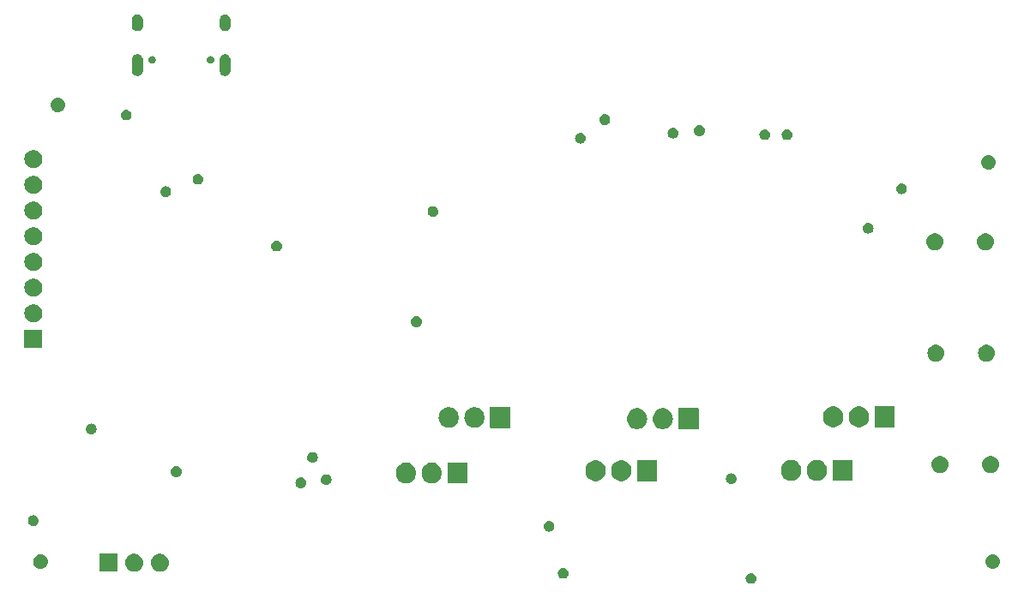
<source format=gbs>
G04 #@! TF.GenerationSoftware,KiCad,Pcbnew,8.0.4-8.0.4-0~ubuntu22.04.1*
G04 #@! TF.CreationDate,2024-09-01T21:10:03+02:00*
G04 #@! TF.ProjectId,bldc_project,626c6463-5f70-4726-9f6a-6563742e6b69,rev?*
G04 #@! TF.SameCoordinates,Original*
G04 #@! TF.FileFunction,Soldermask,Bot*
G04 #@! TF.FilePolarity,Negative*
%FSLAX46Y46*%
G04 Gerber Fmt 4.6, Leading zero omitted, Abs format (unit mm)*
G04 Created by KiCad (PCBNEW 8.0.4-8.0.4-0~ubuntu22.04.1) date 2024-09-01 21:10:03*
%MOMM*%
%LPD*%
G01*
G04 APERTURE LIST*
G04 APERTURE END LIST*
G36*
X114489245Y-138030332D02*
G01*
X114619000Y-138084078D01*
X114730423Y-138169577D01*
X114815922Y-138281000D01*
X114869668Y-138410755D01*
X114888000Y-138550000D01*
X114869668Y-138689245D01*
X114815922Y-138819000D01*
X114730423Y-138930423D01*
X114619000Y-139015922D01*
X114489245Y-139069668D01*
X114350000Y-139088000D01*
X114210755Y-139069668D01*
X114081000Y-139015922D01*
X113969577Y-138930423D01*
X113884078Y-138819000D01*
X113830332Y-138689245D01*
X113812000Y-138550000D01*
X113830332Y-138410755D01*
X113884078Y-138281000D01*
X113969577Y-138169577D01*
X114081000Y-138084078D01*
X114210755Y-138030332D01*
X114350000Y-138012000D01*
X114489245Y-138030332D01*
G37*
G36*
X95939245Y-137530332D02*
G01*
X96069000Y-137584078D01*
X96180423Y-137669577D01*
X96265922Y-137781000D01*
X96319668Y-137910755D01*
X96338000Y-138050000D01*
X96319668Y-138189245D01*
X96265922Y-138319000D01*
X96180423Y-138430423D01*
X96069000Y-138515922D01*
X95939245Y-138569668D01*
X95800000Y-138588000D01*
X95660755Y-138569668D01*
X95531000Y-138515922D01*
X95419577Y-138430423D01*
X95334078Y-138319000D01*
X95280332Y-138189245D01*
X95262000Y-138050000D01*
X95280332Y-137910755D01*
X95334078Y-137781000D01*
X95419577Y-137669577D01*
X95531000Y-137584078D01*
X95660755Y-137530332D01*
X95800000Y-137512000D01*
X95939245Y-137530332D01*
G37*
G36*
X51764542Y-136114893D02*
G01*
X51776870Y-136123130D01*
X51785107Y-136135458D01*
X51788000Y-136150000D01*
X51788000Y-137850000D01*
X51785107Y-137864542D01*
X51776870Y-137876870D01*
X51764542Y-137885107D01*
X51750000Y-137888000D01*
X50050000Y-137888000D01*
X50035458Y-137885107D01*
X50023130Y-137876870D01*
X50014893Y-137864542D01*
X50012000Y-137850000D01*
X50012000Y-136150000D01*
X50014893Y-136135458D01*
X50023130Y-136123130D01*
X50035458Y-136114893D01*
X50050000Y-136112000D01*
X51750000Y-136112000D01*
X51764542Y-136114893D01*
G37*
G36*
X53714407Y-136155462D02*
G01*
X53884000Y-136230969D01*
X54034188Y-136340087D01*
X54158407Y-136478047D01*
X54251228Y-136638818D01*
X54308595Y-136815374D01*
X54328000Y-137000000D01*
X54308595Y-137184626D01*
X54251228Y-137361182D01*
X54158407Y-137521953D01*
X54034188Y-137659913D01*
X53884000Y-137769031D01*
X53714407Y-137844538D01*
X53532821Y-137883135D01*
X53347179Y-137883135D01*
X53165593Y-137844538D01*
X52996000Y-137769031D01*
X52845812Y-137659913D01*
X52721593Y-137521953D01*
X52628772Y-137361182D01*
X52571405Y-137184626D01*
X52552000Y-137000000D01*
X52571405Y-136815374D01*
X52628772Y-136638818D01*
X52721593Y-136478047D01*
X52845812Y-136340087D01*
X52996000Y-136230969D01*
X53165593Y-136155462D01*
X53347179Y-136116865D01*
X53532821Y-136116865D01*
X53714407Y-136155462D01*
G37*
G36*
X56254407Y-136155462D02*
G01*
X56424000Y-136230969D01*
X56574188Y-136340087D01*
X56698407Y-136478047D01*
X56791228Y-136638818D01*
X56848595Y-136815374D01*
X56868000Y-137000000D01*
X56848595Y-137184626D01*
X56791228Y-137361182D01*
X56698407Y-137521953D01*
X56574188Y-137659913D01*
X56424000Y-137769031D01*
X56254407Y-137844538D01*
X56072821Y-137883135D01*
X55887179Y-137883135D01*
X55705593Y-137844538D01*
X55536000Y-137769031D01*
X55385812Y-137659913D01*
X55261593Y-137521953D01*
X55168772Y-137361182D01*
X55111405Y-137184626D01*
X55092000Y-137000000D01*
X55111405Y-136815374D01*
X55168772Y-136638818D01*
X55261593Y-136478047D01*
X55385812Y-136340087D01*
X55536000Y-136230969D01*
X55705593Y-136155462D01*
X55887179Y-136116865D01*
X56072821Y-136116865D01*
X56254407Y-136155462D01*
G37*
G36*
X44361105Y-136194152D02*
G01*
X44514132Y-136247699D01*
X44651407Y-136333954D01*
X44766046Y-136448593D01*
X44852301Y-136585868D01*
X44905848Y-136738895D01*
X44924000Y-136900000D01*
X44905848Y-137061105D01*
X44852301Y-137214132D01*
X44766046Y-137351407D01*
X44651407Y-137466046D01*
X44514132Y-137552301D01*
X44361105Y-137605848D01*
X44200000Y-137624000D01*
X44038895Y-137605848D01*
X43885868Y-137552301D01*
X43748593Y-137466046D01*
X43633954Y-137351407D01*
X43547699Y-137214132D01*
X43494152Y-137061105D01*
X43476000Y-136900000D01*
X43494152Y-136738895D01*
X43547699Y-136585868D01*
X43633954Y-136448593D01*
X43748593Y-136333954D01*
X43885868Y-136247699D01*
X44038895Y-136194152D01*
X44200000Y-136176000D01*
X44361105Y-136194152D01*
G37*
G36*
X138361105Y-136194152D02*
G01*
X138514132Y-136247699D01*
X138651407Y-136333954D01*
X138766046Y-136448593D01*
X138852301Y-136585868D01*
X138905848Y-136738895D01*
X138924000Y-136900000D01*
X138905848Y-137061105D01*
X138852301Y-137214132D01*
X138766046Y-137351407D01*
X138651407Y-137466046D01*
X138514132Y-137552301D01*
X138361105Y-137605848D01*
X138200000Y-137624000D01*
X138038895Y-137605848D01*
X137885868Y-137552301D01*
X137748593Y-137466046D01*
X137633954Y-137351407D01*
X137547699Y-137214132D01*
X137494152Y-137061105D01*
X137476000Y-136900000D01*
X137494152Y-136738895D01*
X137547699Y-136585868D01*
X137633954Y-136448593D01*
X137748593Y-136333954D01*
X137885868Y-136247699D01*
X138038895Y-136194152D01*
X138200000Y-136176000D01*
X138361105Y-136194152D01*
G37*
G36*
X94539245Y-132880332D02*
G01*
X94669000Y-132934078D01*
X94780423Y-133019577D01*
X94865922Y-133131000D01*
X94919668Y-133260755D01*
X94938000Y-133400000D01*
X94919668Y-133539245D01*
X94865922Y-133669000D01*
X94780423Y-133780423D01*
X94669000Y-133865922D01*
X94539245Y-133919668D01*
X94400000Y-133938000D01*
X94260755Y-133919668D01*
X94131000Y-133865922D01*
X94019577Y-133780423D01*
X93934078Y-133669000D01*
X93880332Y-133539245D01*
X93862000Y-133400000D01*
X93880332Y-133260755D01*
X93934078Y-133131000D01*
X94019577Y-133019577D01*
X94131000Y-132934078D01*
X94260755Y-132880332D01*
X94400000Y-132862000D01*
X94539245Y-132880332D01*
G37*
G36*
X43639245Y-132330332D02*
G01*
X43769000Y-132384078D01*
X43880423Y-132469577D01*
X43965922Y-132581000D01*
X44019668Y-132710755D01*
X44038000Y-132850000D01*
X44019668Y-132989245D01*
X43965922Y-133119000D01*
X43880423Y-133230423D01*
X43769000Y-133315922D01*
X43639245Y-133369668D01*
X43500000Y-133388000D01*
X43360755Y-133369668D01*
X43231000Y-133315922D01*
X43119577Y-133230423D01*
X43034078Y-133119000D01*
X42980332Y-132989245D01*
X42962000Y-132850000D01*
X42980332Y-132710755D01*
X43034078Y-132581000D01*
X43119577Y-132469577D01*
X43231000Y-132384078D01*
X43360755Y-132330332D01*
X43500000Y-132312000D01*
X43639245Y-132330332D01*
G37*
G36*
X70039245Y-128580332D02*
G01*
X70169000Y-128634078D01*
X70280423Y-128719577D01*
X70365922Y-128831000D01*
X70419668Y-128960755D01*
X70438000Y-129100000D01*
X70419668Y-129239245D01*
X70365922Y-129369000D01*
X70280423Y-129480423D01*
X70169000Y-129565922D01*
X70039245Y-129619668D01*
X69900000Y-129638000D01*
X69760755Y-129619668D01*
X69631000Y-129565922D01*
X69519577Y-129480423D01*
X69434078Y-129369000D01*
X69380332Y-129239245D01*
X69362000Y-129100000D01*
X69380332Y-128960755D01*
X69434078Y-128831000D01*
X69519577Y-128719577D01*
X69631000Y-128634078D01*
X69760755Y-128580332D01*
X69900000Y-128562000D01*
X70039245Y-128580332D01*
G37*
G36*
X72539245Y-128280332D02*
G01*
X72669000Y-128334078D01*
X72780423Y-128419577D01*
X72865922Y-128531000D01*
X72919668Y-128660755D01*
X72938000Y-128800000D01*
X72919668Y-128939245D01*
X72865922Y-129069000D01*
X72780423Y-129180423D01*
X72669000Y-129265922D01*
X72539245Y-129319668D01*
X72400000Y-129338000D01*
X72260755Y-129319668D01*
X72131000Y-129265922D01*
X72019577Y-129180423D01*
X71934078Y-129069000D01*
X71880332Y-128939245D01*
X71862000Y-128800000D01*
X71880332Y-128660755D01*
X71934078Y-128531000D01*
X72019577Y-128419577D01*
X72131000Y-128334078D01*
X72260755Y-128280332D01*
X72400000Y-128262000D01*
X72539245Y-128280332D01*
G37*
G36*
X112539245Y-128180332D02*
G01*
X112669000Y-128234078D01*
X112780423Y-128319577D01*
X112865922Y-128431000D01*
X112919668Y-128560755D01*
X112938000Y-128700000D01*
X112919668Y-128839245D01*
X112865922Y-128969000D01*
X112780423Y-129080423D01*
X112669000Y-129165922D01*
X112539245Y-129219668D01*
X112400000Y-129238000D01*
X112260755Y-129219668D01*
X112131000Y-129165922D01*
X112019577Y-129080423D01*
X111934078Y-128969000D01*
X111880332Y-128839245D01*
X111862000Y-128700000D01*
X111880332Y-128560755D01*
X111934078Y-128431000D01*
X112019577Y-128319577D01*
X112131000Y-128234078D01*
X112260755Y-128180332D01*
X112400000Y-128162000D01*
X112539245Y-128180332D01*
G37*
G36*
X86317042Y-127114893D02*
G01*
X86329370Y-127123130D01*
X86337607Y-127135458D01*
X86340500Y-127150000D01*
X86340500Y-129150000D01*
X86337607Y-129164542D01*
X86329370Y-129176870D01*
X86317042Y-129185107D01*
X86302500Y-129188000D01*
X84397500Y-129188000D01*
X84382958Y-129185107D01*
X84370630Y-129176870D01*
X84362393Y-129164542D01*
X84359500Y-129150000D01*
X84359500Y-127150000D01*
X84362393Y-127135458D01*
X84370630Y-127123130D01*
X84382958Y-127114893D01*
X84397500Y-127112000D01*
X86302500Y-127112000D01*
X86317042Y-127114893D01*
G37*
G36*
X80557527Y-127154651D02*
G01*
X80736918Y-127228957D01*
X80898367Y-127336833D01*
X81035667Y-127474133D01*
X81143543Y-127635582D01*
X81217849Y-127814973D01*
X81255730Y-128005414D01*
X81260500Y-128102500D01*
X81260500Y-128197500D01*
X81255730Y-128294586D01*
X81217849Y-128485027D01*
X81143543Y-128664418D01*
X81035667Y-128825867D01*
X80898367Y-128963167D01*
X80736918Y-129071043D01*
X80557527Y-129145349D01*
X80367086Y-129183230D01*
X80172914Y-129183230D01*
X79982473Y-129145349D01*
X79803082Y-129071043D01*
X79641633Y-128963167D01*
X79504333Y-128825867D01*
X79396457Y-128664418D01*
X79322151Y-128485027D01*
X79284270Y-128294586D01*
X79279500Y-128197500D01*
X79279500Y-128102500D01*
X79284270Y-128005414D01*
X79322151Y-127814973D01*
X79396457Y-127635582D01*
X79504333Y-127474133D01*
X79641633Y-127336833D01*
X79803082Y-127228957D01*
X79982473Y-127154651D01*
X80172914Y-127116770D01*
X80367086Y-127116770D01*
X80557527Y-127154651D01*
G37*
G36*
X83097527Y-127154651D02*
G01*
X83276918Y-127228957D01*
X83438367Y-127336833D01*
X83575667Y-127474133D01*
X83683543Y-127635582D01*
X83757849Y-127814973D01*
X83795730Y-128005414D01*
X83800500Y-128102500D01*
X83800500Y-128197500D01*
X83795730Y-128294586D01*
X83757849Y-128485027D01*
X83683543Y-128664418D01*
X83575667Y-128825867D01*
X83438367Y-128963167D01*
X83276918Y-129071043D01*
X83097527Y-129145349D01*
X82907086Y-129183230D01*
X82712914Y-129183230D01*
X82522473Y-129145349D01*
X82343082Y-129071043D01*
X82181633Y-128963167D01*
X82044333Y-128825867D01*
X81936457Y-128664418D01*
X81862151Y-128485027D01*
X81824270Y-128294586D01*
X81819500Y-128197500D01*
X81819500Y-128102500D01*
X81824270Y-128005414D01*
X81862151Y-127814973D01*
X81936457Y-127635582D01*
X82044333Y-127474133D01*
X82181633Y-127336833D01*
X82343082Y-127228957D01*
X82522473Y-127154651D01*
X82712914Y-127116770D01*
X82907086Y-127116770D01*
X83097527Y-127154651D01*
G37*
G36*
X105044542Y-126882393D02*
G01*
X105056870Y-126890630D01*
X105065107Y-126902958D01*
X105068000Y-126917500D01*
X105068000Y-128917500D01*
X105065107Y-128932042D01*
X105056870Y-128944370D01*
X105044542Y-128952607D01*
X105030000Y-128955500D01*
X103125000Y-128955500D01*
X103110458Y-128952607D01*
X103098130Y-128944370D01*
X103089893Y-128932042D01*
X103087000Y-128917500D01*
X103087000Y-126917500D01*
X103089893Y-126902958D01*
X103098130Y-126890630D01*
X103110458Y-126882393D01*
X103125000Y-126879500D01*
X105030000Y-126879500D01*
X105044542Y-126882393D01*
G37*
G36*
X99285027Y-126922151D02*
G01*
X99464418Y-126996457D01*
X99625867Y-127104333D01*
X99763167Y-127241633D01*
X99871043Y-127403082D01*
X99945349Y-127582473D01*
X99983230Y-127772914D01*
X99988000Y-127870000D01*
X99988000Y-127965000D01*
X99983230Y-128062086D01*
X99945349Y-128252527D01*
X99871043Y-128431918D01*
X99763167Y-128593367D01*
X99625867Y-128730667D01*
X99464418Y-128838543D01*
X99285027Y-128912849D01*
X99094586Y-128950730D01*
X98900414Y-128950730D01*
X98709973Y-128912849D01*
X98530582Y-128838543D01*
X98369133Y-128730667D01*
X98231833Y-128593367D01*
X98123957Y-128431918D01*
X98049651Y-128252527D01*
X98011770Y-128062086D01*
X98007000Y-127965000D01*
X98007000Y-127870000D01*
X98011770Y-127772914D01*
X98049651Y-127582473D01*
X98123957Y-127403082D01*
X98231833Y-127241633D01*
X98369133Y-127104333D01*
X98530582Y-126996457D01*
X98709973Y-126922151D01*
X98900414Y-126884270D01*
X99094586Y-126884270D01*
X99285027Y-126922151D01*
G37*
G36*
X101825027Y-126922151D02*
G01*
X102004418Y-126996457D01*
X102165867Y-127104333D01*
X102303167Y-127241633D01*
X102411043Y-127403082D01*
X102485349Y-127582473D01*
X102523230Y-127772914D01*
X102528000Y-127870000D01*
X102528000Y-127965000D01*
X102523230Y-128062086D01*
X102485349Y-128252527D01*
X102411043Y-128431918D01*
X102303167Y-128593367D01*
X102165867Y-128730667D01*
X102004418Y-128838543D01*
X101825027Y-128912849D01*
X101634586Y-128950730D01*
X101440414Y-128950730D01*
X101249973Y-128912849D01*
X101070582Y-128838543D01*
X100909133Y-128730667D01*
X100771833Y-128593367D01*
X100663957Y-128431918D01*
X100589651Y-128252527D01*
X100551770Y-128062086D01*
X100547000Y-127965000D01*
X100547000Y-127870000D01*
X100551770Y-127772914D01*
X100589651Y-127582473D01*
X100663957Y-127403082D01*
X100771833Y-127241633D01*
X100909133Y-127104333D01*
X101070582Y-126996457D01*
X101249973Y-126922151D01*
X101440414Y-126884270D01*
X101634586Y-126884270D01*
X101825027Y-126922151D01*
G37*
G36*
X124344542Y-126837393D02*
G01*
X124356870Y-126845630D01*
X124365107Y-126857958D01*
X124368000Y-126872500D01*
X124368000Y-128872500D01*
X124365107Y-128887042D01*
X124356870Y-128899370D01*
X124344542Y-128907607D01*
X124330000Y-128910500D01*
X122425000Y-128910500D01*
X122410458Y-128907607D01*
X122398130Y-128899370D01*
X122389893Y-128887042D01*
X122387000Y-128872500D01*
X122387000Y-126872500D01*
X122389893Y-126857958D01*
X122398130Y-126845630D01*
X122410458Y-126837393D01*
X122425000Y-126834500D01*
X124330000Y-126834500D01*
X124344542Y-126837393D01*
G37*
G36*
X118585027Y-126877151D02*
G01*
X118764418Y-126951457D01*
X118925867Y-127059333D01*
X119063167Y-127196633D01*
X119171043Y-127358082D01*
X119245349Y-127537473D01*
X119283230Y-127727914D01*
X119288000Y-127825000D01*
X119288000Y-127920000D01*
X119283230Y-128017086D01*
X119245349Y-128207527D01*
X119171043Y-128386918D01*
X119063167Y-128548367D01*
X118925867Y-128685667D01*
X118764418Y-128793543D01*
X118585027Y-128867849D01*
X118394586Y-128905730D01*
X118200414Y-128905730D01*
X118009973Y-128867849D01*
X117830582Y-128793543D01*
X117669133Y-128685667D01*
X117531833Y-128548367D01*
X117423957Y-128386918D01*
X117349651Y-128207527D01*
X117311770Y-128017086D01*
X117307000Y-127920000D01*
X117307000Y-127825000D01*
X117311770Y-127727914D01*
X117349651Y-127537473D01*
X117423957Y-127358082D01*
X117531833Y-127196633D01*
X117669133Y-127059333D01*
X117830582Y-126951457D01*
X118009973Y-126877151D01*
X118200414Y-126839270D01*
X118394586Y-126839270D01*
X118585027Y-126877151D01*
G37*
G36*
X121125027Y-126877151D02*
G01*
X121304418Y-126951457D01*
X121465867Y-127059333D01*
X121603167Y-127196633D01*
X121711043Y-127358082D01*
X121785349Y-127537473D01*
X121823230Y-127727914D01*
X121828000Y-127825000D01*
X121828000Y-127920000D01*
X121823230Y-128017086D01*
X121785349Y-128207527D01*
X121711043Y-128386918D01*
X121603167Y-128548367D01*
X121465867Y-128685667D01*
X121304418Y-128793543D01*
X121125027Y-128867849D01*
X120934586Y-128905730D01*
X120740414Y-128905730D01*
X120549973Y-128867849D01*
X120370582Y-128793543D01*
X120209133Y-128685667D01*
X120071833Y-128548367D01*
X119963957Y-128386918D01*
X119889651Y-128207527D01*
X119851770Y-128017086D01*
X119847000Y-127920000D01*
X119847000Y-127825000D01*
X119851770Y-127727914D01*
X119889651Y-127537473D01*
X119963957Y-127358082D01*
X120071833Y-127196633D01*
X120209133Y-127059333D01*
X120370582Y-126951457D01*
X120549973Y-126877151D01*
X120740414Y-126839270D01*
X120934586Y-126839270D01*
X121125027Y-126877151D01*
G37*
G36*
X57739245Y-127480332D02*
G01*
X57869000Y-127534078D01*
X57980423Y-127619577D01*
X58065922Y-127731000D01*
X58119668Y-127860755D01*
X58138000Y-128000000D01*
X58119668Y-128139245D01*
X58065922Y-128269000D01*
X57980423Y-128380423D01*
X57869000Y-128465922D01*
X57739245Y-128519668D01*
X57600000Y-128538000D01*
X57460755Y-128519668D01*
X57331000Y-128465922D01*
X57219577Y-128380423D01*
X57134078Y-128269000D01*
X57080332Y-128139245D01*
X57062000Y-128000000D01*
X57080332Y-127860755D01*
X57134078Y-127731000D01*
X57219577Y-127619577D01*
X57331000Y-127534078D01*
X57460755Y-127480332D01*
X57600000Y-127462000D01*
X57739245Y-127480332D01*
G37*
G36*
X133258956Y-126503015D02*
G01*
X133419000Y-126574271D01*
X133560731Y-126677245D01*
X133677956Y-126807436D01*
X133765551Y-126959155D01*
X133819688Y-127125770D01*
X133838000Y-127300000D01*
X133819688Y-127474230D01*
X133765551Y-127640845D01*
X133677956Y-127792564D01*
X133560731Y-127922755D01*
X133419000Y-128025729D01*
X133258956Y-128096985D01*
X133087595Y-128133409D01*
X132912405Y-128133409D01*
X132741044Y-128096985D01*
X132581000Y-128025729D01*
X132439269Y-127922755D01*
X132322044Y-127792564D01*
X132234449Y-127640845D01*
X132180312Y-127474230D01*
X132162000Y-127300000D01*
X132180312Y-127125770D01*
X132234449Y-126959155D01*
X132322044Y-126807436D01*
X132439269Y-126677245D01*
X132581000Y-126574271D01*
X132741044Y-126503015D01*
X132912405Y-126466591D01*
X133087595Y-126466591D01*
X133258956Y-126503015D01*
G37*
G36*
X138258956Y-126503015D02*
G01*
X138419000Y-126574271D01*
X138560731Y-126677245D01*
X138677956Y-126807436D01*
X138765551Y-126959155D01*
X138819688Y-127125770D01*
X138838000Y-127300000D01*
X138819688Y-127474230D01*
X138765551Y-127640845D01*
X138677956Y-127792564D01*
X138560731Y-127922755D01*
X138419000Y-128025729D01*
X138258956Y-128096985D01*
X138087595Y-128133409D01*
X137912405Y-128133409D01*
X137741044Y-128096985D01*
X137581000Y-128025729D01*
X137439269Y-127922755D01*
X137322044Y-127792564D01*
X137234449Y-127640845D01*
X137180312Y-127474230D01*
X137162000Y-127300000D01*
X137180312Y-127125770D01*
X137234449Y-126959155D01*
X137322044Y-126807436D01*
X137439269Y-126677245D01*
X137581000Y-126574271D01*
X137741044Y-126503015D01*
X137912405Y-126466591D01*
X138087595Y-126466591D01*
X138258956Y-126503015D01*
G37*
G36*
X71189245Y-126080332D02*
G01*
X71319000Y-126134078D01*
X71430423Y-126219577D01*
X71515922Y-126331000D01*
X71569668Y-126460755D01*
X71588000Y-126600000D01*
X71569668Y-126739245D01*
X71515922Y-126869000D01*
X71430423Y-126980423D01*
X71319000Y-127065922D01*
X71189245Y-127119668D01*
X71050000Y-127138000D01*
X70910755Y-127119668D01*
X70781000Y-127065922D01*
X70669577Y-126980423D01*
X70584078Y-126869000D01*
X70530332Y-126739245D01*
X70512000Y-126600000D01*
X70530332Y-126460755D01*
X70584078Y-126331000D01*
X70669577Y-126219577D01*
X70781000Y-126134078D01*
X70910755Y-126080332D01*
X71050000Y-126062000D01*
X71189245Y-126080332D01*
G37*
G36*
X49339245Y-123280332D02*
G01*
X49469000Y-123334078D01*
X49580423Y-123419577D01*
X49665922Y-123531000D01*
X49719668Y-123660755D01*
X49738000Y-123800000D01*
X49719668Y-123939245D01*
X49665922Y-124069000D01*
X49580423Y-124180423D01*
X49469000Y-124265922D01*
X49339245Y-124319668D01*
X49200000Y-124338000D01*
X49060755Y-124319668D01*
X48931000Y-124265922D01*
X48819577Y-124180423D01*
X48734078Y-124069000D01*
X48680332Y-123939245D01*
X48662000Y-123800000D01*
X48680332Y-123660755D01*
X48734078Y-123531000D01*
X48819577Y-123419577D01*
X48931000Y-123334078D01*
X49060755Y-123280332D01*
X49200000Y-123262000D01*
X49339245Y-123280332D01*
G37*
G36*
X109144542Y-121737393D02*
G01*
X109156870Y-121745630D01*
X109165107Y-121757958D01*
X109168000Y-121772500D01*
X109168000Y-123772500D01*
X109165107Y-123787042D01*
X109156870Y-123799370D01*
X109144542Y-123807607D01*
X109130000Y-123810500D01*
X107225000Y-123810500D01*
X107210458Y-123807607D01*
X107198130Y-123799370D01*
X107189893Y-123787042D01*
X107187000Y-123772500D01*
X107187000Y-121772500D01*
X107189893Y-121757958D01*
X107198130Y-121745630D01*
X107210458Y-121737393D01*
X107225000Y-121734500D01*
X109130000Y-121734500D01*
X109144542Y-121737393D01*
G37*
G36*
X103385027Y-121777151D02*
G01*
X103564418Y-121851457D01*
X103725867Y-121959333D01*
X103863167Y-122096633D01*
X103971043Y-122258082D01*
X104045349Y-122437473D01*
X104083230Y-122627914D01*
X104088000Y-122725000D01*
X104088000Y-122820000D01*
X104083230Y-122917086D01*
X104045349Y-123107527D01*
X103971043Y-123286918D01*
X103863167Y-123448367D01*
X103725867Y-123585667D01*
X103564418Y-123693543D01*
X103385027Y-123767849D01*
X103194586Y-123805730D01*
X103000414Y-123805730D01*
X102809973Y-123767849D01*
X102630582Y-123693543D01*
X102469133Y-123585667D01*
X102331833Y-123448367D01*
X102223957Y-123286918D01*
X102149651Y-123107527D01*
X102111770Y-122917086D01*
X102107000Y-122820000D01*
X102107000Y-122725000D01*
X102111770Y-122627914D01*
X102149651Y-122437473D01*
X102223957Y-122258082D01*
X102331833Y-122096633D01*
X102469133Y-121959333D01*
X102630582Y-121851457D01*
X102809973Y-121777151D01*
X103000414Y-121739270D01*
X103194586Y-121739270D01*
X103385027Y-121777151D01*
G37*
G36*
X105925027Y-121777151D02*
G01*
X106104418Y-121851457D01*
X106265867Y-121959333D01*
X106403167Y-122096633D01*
X106511043Y-122258082D01*
X106585349Y-122437473D01*
X106623230Y-122627914D01*
X106628000Y-122725000D01*
X106628000Y-122820000D01*
X106623230Y-122917086D01*
X106585349Y-123107527D01*
X106511043Y-123286918D01*
X106403167Y-123448367D01*
X106265867Y-123585667D01*
X106104418Y-123693543D01*
X105925027Y-123767849D01*
X105734586Y-123805730D01*
X105540414Y-123805730D01*
X105349973Y-123767849D01*
X105170582Y-123693543D01*
X105009133Y-123585667D01*
X104871833Y-123448367D01*
X104763957Y-123286918D01*
X104689651Y-123107527D01*
X104651770Y-122917086D01*
X104647000Y-122820000D01*
X104647000Y-122725000D01*
X104651770Y-122627914D01*
X104689651Y-122437473D01*
X104763957Y-122258082D01*
X104871833Y-122096633D01*
X105009133Y-121959333D01*
X105170582Y-121851457D01*
X105349973Y-121777151D01*
X105540414Y-121739270D01*
X105734586Y-121739270D01*
X105925027Y-121777151D01*
G37*
G36*
X90547042Y-121619893D02*
G01*
X90559370Y-121628130D01*
X90567607Y-121640458D01*
X90570500Y-121655000D01*
X90570500Y-123655000D01*
X90567607Y-123669542D01*
X90559370Y-123681870D01*
X90547042Y-123690107D01*
X90532500Y-123693000D01*
X88627500Y-123693000D01*
X88612958Y-123690107D01*
X88600630Y-123681870D01*
X88592393Y-123669542D01*
X88589500Y-123655000D01*
X88589500Y-121655000D01*
X88592393Y-121640458D01*
X88600630Y-121628130D01*
X88612958Y-121619893D01*
X88627500Y-121617000D01*
X90532500Y-121617000D01*
X90547042Y-121619893D01*
G37*
G36*
X84787527Y-121659651D02*
G01*
X84966918Y-121733957D01*
X85128367Y-121841833D01*
X85265667Y-121979133D01*
X85373543Y-122140582D01*
X85447849Y-122319973D01*
X85485730Y-122510414D01*
X85490500Y-122607500D01*
X85490500Y-122702500D01*
X85485730Y-122799586D01*
X85447849Y-122990027D01*
X85373543Y-123169418D01*
X85265667Y-123330867D01*
X85128367Y-123468167D01*
X84966918Y-123576043D01*
X84787527Y-123650349D01*
X84597086Y-123688230D01*
X84402914Y-123688230D01*
X84212473Y-123650349D01*
X84033082Y-123576043D01*
X83871633Y-123468167D01*
X83734333Y-123330867D01*
X83626457Y-123169418D01*
X83552151Y-122990027D01*
X83514270Y-122799586D01*
X83509500Y-122702500D01*
X83509500Y-122607500D01*
X83514270Y-122510414D01*
X83552151Y-122319973D01*
X83626457Y-122140582D01*
X83734333Y-121979133D01*
X83871633Y-121841833D01*
X84033082Y-121733957D01*
X84212473Y-121659651D01*
X84402914Y-121621770D01*
X84597086Y-121621770D01*
X84787527Y-121659651D01*
G37*
G36*
X87327527Y-121659651D02*
G01*
X87506918Y-121733957D01*
X87668367Y-121841833D01*
X87805667Y-121979133D01*
X87913543Y-122140582D01*
X87987849Y-122319973D01*
X88025730Y-122510414D01*
X88030500Y-122607500D01*
X88030500Y-122702500D01*
X88025730Y-122799586D01*
X87987849Y-122990027D01*
X87913543Y-123169418D01*
X87805667Y-123330867D01*
X87668367Y-123468167D01*
X87506918Y-123576043D01*
X87327527Y-123650349D01*
X87137086Y-123688230D01*
X86942914Y-123688230D01*
X86752473Y-123650349D01*
X86573082Y-123576043D01*
X86411633Y-123468167D01*
X86274333Y-123330867D01*
X86166457Y-123169418D01*
X86092151Y-122990027D01*
X86054270Y-122799586D01*
X86049500Y-122702500D01*
X86049500Y-122607500D01*
X86054270Y-122510414D01*
X86092151Y-122319973D01*
X86166457Y-122140582D01*
X86274333Y-121979133D01*
X86411633Y-121841833D01*
X86573082Y-121733957D01*
X86752473Y-121659651D01*
X86942914Y-121621770D01*
X87137086Y-121621770D01*
X87327527Y-121659651D01*
G37*
G36*
X128507042Y-121557393D02*
G01*
X128519370Y-121565630D01*
X128527607Y-121577958D01*
X128530500Y-121592500D01*
X128530500Y-123592500D01*
X128527607Y-123607042D01*
X128519370Y-123619370D01*
X128507042Y-123627607D01*
X128492500Y-123630500D01*
X126587500Y-123630500D01*
X126572958Y-123627607D01*
X126560630Y-123619370D01*
X126552393Y-123607042D01*
X126549500Y-123592500D01*
X126549500Y-121592500D01*
X126552393Y-121577958D01*
X126560630Y-121565630D01*
X126572958Y-121557393D01*
X126587500Y-121554500D01*
X128492500Y-121554500D01*
X128507042Y-121557393D01*
G37*
G36*
X122747527Y-121597151D02*
G01*
X122926918Y-121671457D01*
X123088367Y-121779333D01*
X123225667Y-121916633D01*
X123333543Y-122078082D01*
X123407849Y-122257473D01*
X123445730Y-122447914D01*
X123450500Y-122545000D01*
X123450500Y-122640000D01*
X123445730Y-122737086D01*
X123407849Y-122927527D01*
X123333543Y-123106918D01*
X123225667Y-123268367D01*
X123088367Y-123405667D01*
X122926918Y-123513543D01*
X122747527Y-123587849D01*
X122557086Y-123625730D01*
X122362914Y-123625730D01*
X122172473Y-123587849D01*
X121993082Y-123513543D01*
X121831633Y-123405667D01*
X121694333Y-123268367D01*
X121586457Y-123106918D01*
X121512151Y-122927527D01*
X121474270Y-122737086D01*
X121469500Y-122640000D01*
X121469500Y-122545000D01*
X121474270Y-122447914D01*
X121512151Y-122257473D01*
X121586457Y-122078082D01*
X121694333Y-121916633D01*
X121831633Y-121779333D01*
X121993082Y-121671457D01*
X122172473Y-121597151D01*
X122362914Y-121559270D01*
X122557086Y-121559270D01*
X122747527Y-121597151D01*
G37*
G36*
X125287527Y-121597151D02*
G01*
X125466918Y-121671457D01*
X125628367Y-121779333D01*
X125765667Y-121916633D01*
X125873543Y-122078082D01*
X125947849Y-122257473D01*
X125985730Y-122447914D01*
X125990500Y-122545000D01*
X125990500Y-122640000D01*
X125985730Y-122737086D01*
X125947849Y-122927527D01*
X125873543Y-123106918D01*
X125765667Y-123268367D01*
X125628367Y-123405667D01*
X125466918Y-123513543D01*
X125287527Y-123587849D01*
X125097086Y-123625730D01*
X124902914Y-123625730D01*
X124712473Y-123587849D01*
X124533082Y-123513543D01*
X124371633Y-123405667D01*
X124234333Y-123268367D01*
X124126457Y-123106918D01*
X124052151Y-122927527D01*
X124014270Y-122737086D01*
X124009500Y-122640000D01*
X124009500Y-122545000D01*
X124014270Y-122447914D01*
X124052151Y-122257473D01*
X124126457Y-122078082D01*
X124234333Y-121916633D01*
X124371633Y-121779333D01*
X124533082Y-121671457D01*
X124712473Y-121597151D01*
X124902914Y-121559270D01*
X125097086Y-121559270D01*
X125287527Y-121597151D01*
G37*
G36*
X132858956Y-115503015D02*
G01*
X133019000Y-115574271D01*
X133160731Y-115677245D01*
X133277956Y-115807436D01*
X133365551Y-115959155D01*
X133419688Y-116125770D01*
X133438000Y-116300000D01*
X133419688Y-116474230D01*
X133365551Y-116640845D01*
X133277956Y-116792564D01*
X133160731Y-116922755D01*
X133019000Y-117025729D01*
X132858956Y-117096985D01*
X132687595Y-117133409D01*
X132512405Y-117133409D01*
X132341044Y-117096985D01*
X132181000Y-117025729D01*
X132039269Y-116922755D01*
X131922044Y-116792564D01*
X131834449Y-116640845D01*
X131780312Y-116474230D01*
X131762000Y-116300000D01*
X131780312Y-116125770D01*
X131834449Y-115959155D01*
X131922044Y-115807436D01*
X132039269Y-115677245D01*
X132181000Y-115574271D01*
X132341044Y-115503015D01*
X132512405Y-115466591D01*
X132687595Y-115466591D01*
X132858956Y-115503015D01*
G37*
G36*
X137858956Y-115503015D02*
G01*
X138019000Y-115574271D01*
X138160731Y-115677245D01*
X138277956Y-115807436D01*
X138365551Y-115959155D01*
X138419688Y-116125770D01*
X138438000Y-116300000D01*
X138419688Y-116474230D01*
X138365551Y-116640845D01*
X138277956Y-116792564D01*
X138160731Y-116922755D01*
X138019000Y-117025729D01*
X137858956Y-117096985D01*
X137687595Y-117133409D01*
X137512405Y-117133409D01*
X137341044Y-117096985D01*
X137181000Y-117025729D01*
X137039269Y-116922755D01*
X136922044Y-116792564D01*
X136834449Y-116640845D01*
X136780312Y-116474230D01*
X136762000Y-116300000D01*
X136780312Y-116125770D01*
X136834449Y-115959155D01*
X136922044Y-115807436D01*
X137039269Y-115677245D01*
X137181000Y-115574271D01*
X137341044Y-115503015D01*
X137512405Y-115466591D01*
X137687595Y-115466591D01*
X137858956Y-115503015D01*
G37*
G36*
X44364542Y-114004893D02*
G01*
X44376870Y-114013130D01*
X44385107Y-114025458D01*
X44388000Y-114040000D01*
X44388000Y-115740000D01*
X44385107Y-115754542D01*
X44376870Y-115766870D01*
X44364542Y-115775107D01*
X44350000Y-115778000D01*
X42650000Y-115778000D01*
X42635458Y-115775107D01*
X42623130Y-115766870D01*
X42614893Y-115754542D01*
X42612000Y-115740000D01*
X42612000Y-114040000D01*
X42614893Y-114025458D01*
X42623130Y-114013130D01*
X42635458Y-114004893D01*
X42650000Y-114002000D01*
X44350000Y-114002000D01*
X44364542Y-114004893D01*
G37*
G36*
X81439245Y-112680332D02*
G01*
X81569000Y-112734078D01*
X81680423Y-112819577D01*
X81765922Y-112931000D01*
X81819668Y-113060755D01*
X81838000Y-113200000D01*
X81819668Y-113339245D01*
X81765922Y-113469000D01*
X81680423Y-113580423D01*
X81569000Y-113665922D01*
X81439245Y-113719668D01*
X81300000Y-113738000D01*
X81160755Y-113719668D01*
X81031000Y-113665922D01*
X80919577Y-113580423D01*
X80834078Y-113469000D01*
X80780332Y-113339245D01*
X80762000Y-113200000D01*
X80780332Y-113060755D01*
X80834078Y-112931000D01*
X80919577Y-112819577D01*
X81031000Y-112734078D01*
X81160755Y-112680332D01*
X81300000Y-112662000D01*
X81439245Y-112680332D01*
G37*
G36*
X43774407Y-111505462D02*
G01*
X43944000Y-111580969D01*
X44094188Y-111690087D01*
X44218407Y-111828047D01*
X44311228Y-111988818D01*
X44368595Y-112165374D01*
X44388000Y-112350000D01*
X44368595Y-112534626D01*
X44311228Y-112711182D01*
X44218407Y-112871953D01*
X44094188Y-113009913D01*
X43944000Y-113119031D01*
X43774407Y-113194538D01*
X43592821Y-113233135D01*
X43407179Y-113233135D01*
X43225593Y-113194538D01*
X43056000Y-113119031D01*
X42905812Y-113009913D01*
X42781593Y-112871953D01*
X42688772Y-112711182D01*
X42631405Y-112534626D01*
X42612000Y-112350000D01*
X42631405Y-112165374D01*
X42688772Y-111988818D01*
X42781593Y-111828047D01*
X42905812Y-111690087D01*
X43056000Y-111580969D01*
X43225593Y-111505462D01*
X43407179Y-111466865D01*
X43592821Y-111466865D01*
X43774407Y-111505462D01*
G37*
G36*
X43774407Y-108965462D02*
G01*
X43944000Y-109040969D01*
X44094188Y-109150087D01*
X44218407Y-109288047D01*
X44311228Y-109448818D01*
X44368595Y-109625374D01*
X44388000Y-109810000D01*
X44368595Y-109994626D01*
X44311228Y-110171182D01*
X44218407Y-110331953D01*
X44094188Y-110469913D01*
X43944000Y-110579031D01*
X43774407Y-110654538D01*
X43592821Y-110693135D01*
X43407179Y-110693135D01*
X43225593Y-110654538D01*
X43056000Y-110579031D01*
X42905812Y-110469913D01*
X42781593Y-110331953D01*
X42688772Y-110171182D01*
X42631405Y-109994626D01*
X42612000Y-109810000D01*
X42631405Y-109625374D01*
X42688772Y-109448818D01*
X42781593Y-109288047D01*
X42905812Y-109150087D01*
X43056000Y-109040969D01*
X43225593Y-108965462D01*
X43407179Y-108926865D01*
X43592821Y-108926865D01*
X43774407Y-108965462D01*
G37*
G36*
X43774407Y-106425462D02*
G01*
X43944000Y-106500969D01*
X44094188Y-106610087D01*
X44218407Y-106748047D01*
X44311228Y-106908818D01*
X44368595Y-107085374D01*
X44388000Y-107270000D01*
X44368595Y-107454626D01*
X44311228Y-107631182D01*
X44218407Y-107791953D01*
X44094188Y-107929913D01*
X43944000Y-108039031D01*
X43774407Y-108114538D01*
X43592821Y-108153135D01*
X43407179Y-108153135D01*
X43225593Y-108114538D01*
X43056000Y-108039031D01*
X42905812Y-107929913D01*
X42781593Y-107791953D01*
X42688772Y-107631182D01*
X42631405Y-107454626D01*
X42612000Y-107270000D01*
X42631405Y-107085374D01*
X42688772Y-106908818D01*
X42781593Y-106748047D01*
X42905812Y-106610087D01*
X43056000Y-106500969D01*
X43225593Y-106425462D01*
X43407179Y-106386865D01*
X43592821Y-106386865D01*
X43774407Y-106425462D01*
G37*
G36*
X67639245Y-105180332D02*
G01*
X67769000Y-105234078D01*
X67880423Y-105319577D01*
X67965922Y-105431000D01*
X68019668Y-105560755D01*
X68038000Y-105700000D01*
X68019668Y-105839245D01*
X67965922Y-105969000D01*
X67880423Y-106080423D01*
X67769000Y-106165922D01*
X67639245Y-106219668D01*
X67500000Y-106238000D01*
X67360755Y-106219668D01*
X67231000Y-106165922D01*
X67119577Y-106080423D01*
X67034078Y-105969000D01*
X66980332Y-105839245D01*
X66962000Y-105700000D01*
X66980332Y-105560755D01*
X67034078Y-105431000D01*
X67119577Y-105319577D01*
X67231000Y-105234078D01*
X67360755Y-105180332D01*
X67500000Y-105162000D01*
X67639245Y-105180332D01*
G37*
G36*
X132758956Y-104503015D02*
G01*
X132919000Y-104574271D01*
X133060731Y-104677245D01*
X133177956Y-104807436D01*
X133265551Y-104959155D01*
X133319688Y-105125770D01*
X133338000Y-105300000D01*
X133319688Y-105474230D01*
X133265551Y-105640845D01*
X133177956Y-105792564D01*
X133060731Y-105922755D01*
X132919000Y-106025729D01*
X132758956Y-106096985D01*
X132587595Y-106133409D01*
X132412405Y-106133409D01*
X132241044Y-106096985D01*
X132081000Y-106025729D01*
X131939269Y-105922755D01*
X131822044Y-105792564D01*
X131734449Y-105640845D01*
X131680312Y-105474230D01*
X131662000Y-105300000D01*
X131680312Y-105125770D01*
X131734449Y-104959155D01*
X131822044Y-104807436D01*
X131939269Y-104677245D01*
X132081000Y-104574271D01*
X132241044Y-104503015D01*
X132412405Y-104466591D01*
X132587595Y-104466591D01*
X132758956Y-104503015D01*
G37*
G36*
X137758956Y-104503015D02*
G01*
X137919000Y-104574271D01*
X138060731Y-104677245D01*
X138177956Y-104807436D01*
X138265551Y-104959155D01*
X138319688Y-105125770D01*
X138338000Y-105300000D01*
X138319688Y-105474230D01*
X138265551Y-105640845D01*
X138177956Y-105792564D01*
X138060731Y-105922755D01*
X137919000Y-106025729D01*
X137758956Y-106096985D01*
X137587595Y-106133409D01*
X137412405Y-106133409D01*
X137241044Y-106096985D01*
X137081000Y-106025729D01*
X136939269Y-105922755D01*
X136822044Y-105792564D01*
X136734449Y-105640845D01*
X136680312Y-105474230D01*
X136662000Y-105300000D01*
X136680312Y-105125770D01*
X136734449Y-104959155D01*
X136822044Y-104807436D01*
X136939269Y-104677245D01*
X137081000Y-104574271D01*
X137241044Y-104503015D01*
X137412405Y-104466591D01*
X137587595Y-104466591D01*
X137758956Y-104503015D01*
G37*
G36*
X43774407Y-103885462D02*
G01*
X43944000Y-103960969D01*
X44094188Y-104070087D01*
X44218407Y-104208047D01*
X44311228Y-104368818D01*
X44368595Y-104545374D01*
X44388000Y-104730000D01*
X44368595Y-104914626D01*
X44311228Y-105091182D01*
X44218407Y-105251953D01*
X44094188Y-105389913D01*
X43944000Y-105499031D01*
X43774407Y-105574538D01*
X43592821Y-105613135D01*
X43407179Y-105613135D01*
X43225593Y-105574538D01*
X43056000Y-105499031D01*
X42905812Y-105389913D01*
X42781593Y-105251953D01*
X42688772Y-105091182D01*
X42631405Y-104914626D01*
X42612000Y-104730000D01*
X42631405Y-104545374D01*
X42688772Y-104368818D01*
X42781593Y-104208047D01*
X42905812Y-104070087D01*
X43056000Y-103960969D01*
X43225593Y-103885462D01*
X43407179Y-103846865D01*
X43592821Y-103846865D01*
X43774407Y-103885462D01*
G37*
G36*
X126039245Y-103430332D02*
G01*
X126169000Y-103484078D01*
X126280423Y-103569577D01*
X126365922Y-103681000D01*
X126419668Y-103810755D01*
X126438000Y-103950000D01*
X126419668Y-104089245D01*
X126365922Y-104219000D01*
X126280423Y-104330423D01*
X126169000Y-104415922D01*
X126039245Y-104469668D01*
X125900000Y-104488000D01*
X125760755Y-104469668D01*
X125631000Y-104415922D01*
X125519577Y-104330423D01*
X125434078Y-104219000D01*
X125380332Y-104089245D01*
X125362000Y-103950000D01*
X125380332Y-103810755D01*
X125434078Y-103681000D01*
X125519577Y-103569577D01*
X125631000Y-103484078D01*
X125760755Y-103430332D01*
X125900000Y-103412000D01*
X126039245Y-103430332D01*
G37*
G36*
X43774407Y-101345462D02*
G01*
X43944000Y-101420969D01*
X44094188Y-101530087D01*
X44218407Y-101668047D01*
X44311228Y-101828818D01*
X44368595Y-102005374D01*
X44388000Y-102190000D01*
X44368595Y-102374626D01*
X44311228Y-102551182D01*
X44218407Y-102711953D01*
X44094188Y-102849913D01*
X43944000Y-102959031D01*
X43774407Y-103034538D01*
X43592821Y-103073135D01*
X43407179Y-103073135D01*
X43225593Y-103034538D01*
X43056000Y-102959031D01*
X42905812Y-102849913D01*
X42781593Y-102711953D01*
X42688772Y-102551182D01*
X42631405Y-102374626D01*
X42612000Y-102190000D01*
X42631405Y-102005374D01*
X42688772Y-101828818D01*
X42781593Y-101668047D01*
X42905812Y-101530087D01*
X43056000Y-101420969D01*
X43225593Y-101345462D01*
X43407179Y-101306865D01*
X43592821Y-101306865D01*
X43774407Y-101345462D01*
G37*
G36*
X83089245Y-101780332D02*
G01*
X83219000Y-101834078D01*
X83330423Y-101919577D01*
X83415922Y-102031000D01*
X83469668Y-102160755D01*
X83488000Y-102300000D01*
X83469668Y-102439245D01*
X83415922Y-102569000D01*
X83330423Y-102680423D01*
X83219000Y-102765922D01*
X83089245Y-102819668D01*
X82950000Y-102838000D01*
X82810755Y-102819668D01*
X82681000Y-102765922D01*
X82569577Y-102680423D01*
X82484078Y-102569000D01*
X82430332Y-102439245D01*
X82412000Y-102300000D01*
X82430332Y-102160755D01*
X82484078Y-102031000D01*
X82569577Y-101919577D01*
X82681000Y-101834078D01*
X82810755Y-101780332D01*
X82950000Y-101762000D01*
X83089245Y-101780332D01*
G37*
G36*
X56689245Y-99830332D02*
G01*
X56819000Y-99884078D01*
X56930423Y-99969577D01*
X57015922Y-100081000D01*
X57069668Y-100210755D01*
X57088000Y-100350000D01*
X57069668Y-100489245D01*
X57015922Y-100619000D01*
X56930423Y-100730423D01*
X56819000Y-100815922D01*
X56689245Y-100869668D01*
X56550000Y-100888000D01*
X56410755Y-100869668D01*
X56281000Y-100815922D01*
X56169577Y-100730423D01*
X56084078Y-100619000D01*
X56030332Y-100489245D01*
X56012000Y-100350000D01*
X56030332Y-100210755D01*
X56084078Y-100081000D01*
X56169577Y-99969577D01*
X56281000Y-99884078D01*
X56410755Y-99830332D01*
X56550000Y-99812000D01*
X56689245Y-99830332D01*
G37*
G36*
X129339245Y-99530332D02*
G01*
X129469000Y-99584078D01*
X129580423Y-99669577D01*
X129665922Y-99781000D01*
X129719668Y-99910755D01*
X129738000Y-100050000D01*
X129719668Y-100189245D01*
X129665922Y-100319000D01*
X129580423Y-100430423D01*
X129469000Y-100515922D01*
X129339245Y-100569668D01*
X129200000Y-100588000D01*
X129060755Y-100569668D01*
X128931000Y-100515922D01*
X128819577Y-100430423D01*
X128734078Y-100319000D01*
X128680332Y-100189245D01*
X128662000Y-100050000D01*
X128680332Y-99910755D01*
X128734078Y-99781000D01*
X128819577Y-99669577D01*
X128931000Y-99584078D01*
X129060755Y-99530332D01*
X129200000Y-99512000D01*
X129339245Y-99530332D01*
G37*
G36*
X43774407Y-98805462D02*
G01*
X43944000Y-98880969D01*
X44094188Y-98990087D01*
X44218407Y-99128047D01*
X44311228Y-99288818D01*
X44368595Y-99465374D01*
X44388000Y-99650000D01*
X44368595Y-99834626D01*
X44311228Y-100011182D01*
X44218407Y-100171953D01*
X44094188Y-100309913D01*
X43944000Y-100419031D01*
X43774407Y-100494538D01*
X43592821Y-100533135D01*
X43407179Y-100533135D01*
X43225593Y-100494538D01*
X43056000Y-100419031D01*
X42905812Y-100309913D01*
X42781593Y-100171953D01*
X42688772Y-100011182D01*
X42631405Y-99834626D01*
X42612000Y-99650000D01*
X42631405Y-99465374D01*
X42688772Y-99288818D01*
X42781593Y-99128047D01*
X42905812Y-98990087D01*
X43056000Y-98880969D01*
X43225593Y-98805462D01*
X43407179Y-98766865D01*
X43592821Y-98766865D01*
X43774407Y-98805462D01*
G37*
G36*
X59889245Y-98580332D02*
G01*
X60019000Y-98634078D01*
X60130423Y-98719577D01*
X60215922Y-98831000D01*
X60269668Y-98960755D01*
X60288000Y-99100000D01*
X60269668Y-99239245D01*
X60215922Y-99369000D01*
X60130423Y-99480423D01*
X60019000Y-99565922D01*
X59889245Y-99619668D01*
X59750000Y-99638000D01*
X59610755Y-99619668D01*
X59481000Y-99565922D01*
X59369577Y-99480423D01*
X59284078Y-99369000D01*
X59230332Y-99239245D01*
X59212000Y-99100000D01*
X59230332Y-98960755D01*
X59284078Y-98831000D01*
X59369577Y-98719577D01*
X59481000Y-98634078D01*
X59610755Y-98580332D01*
X59750000Y-98562000D01*
X59889245Y-98580332D01*
G37*
G36*
X137961105Y-96744152D02*
G01*
X138114132Y-96797699D01*
X138251407Y-96883954D01*
X138366046Y-96998593D01*
X138452301Y-97135868D01*
X138505848Y-97288895D01*
X138524000Y-97450000D01*
X138505848Y-97611105D01*
X138452301Y-97764132D01*
X138366046Y-97901407D01*
X138251407Y-98016046D01*
X138114132Y-98102301D01*
X137961105Y-98155848D01*
X137800000Y-98174000D01*
X137638895Y-98155848D01*
X137485868Y-98102301D01*
X137348593Y-98016046D01*
X137233954Y-97901407D01*
X137147699Y-97764132D01*
X137094152Y-97611105D01*
X137076000Y-97450000D01*
X137094152Y-97288895D01*
X137147699Y-97135868D01*
X137233954Y-96998593D01*
X137348593Y-96883954D01*
X137485868Y-96797699D01*
X137638895Y-96744152D01*
X137800000Y-96726000D01*
X137961105Y-96744152D01*
G37*
G36*
X43774407Y-96265462D02*
G01*
X43944000Y-96340969D01*
X44094188Y-96450087D01*
X44218407Y-96588047D01*
X44311228Y-96748818D01*
X44368595Y-96925374D01*
X44388000Y-97110000D01*
X44368595Y-97294626D01*
X44311228Y-97471182D01*
X44218407Y-97631953D01*
X44094188Y-97769913D01*
X43944000Y-97879031D01*
X43774407Y-97954538D01*
X43592821Y-97993135D01*
X43407179Y-97993135D01*
X43225593Y-97954538D01*
X43056000Y-97879031D01*
X42905812Y-97769913D01*
X42781593Y-97631953D01*
X42688772Y-97471182D01*
X42631405Y-97294626D01*
X42612000Y-97110000D01*
X42631405Y-96925374D01*
X42688772Y-96748818D01*
X42781593Y-96588047D01*
X42905812Y-96450087D01*
X43056000Y-96340969D01*
X43225593Y-96265462D01*
X43407179Y-96226865D01*
X43592821Y-96226865D01*
X43774407Y-96265462D01*
G37*
G36*
X97639245Y-94530332D02*
G01*
X97769000Y-94584078D01*
X97880423Y-94669577D01*
X97965922Y-94781000D01*
X98019668Y-94910755D01*
X98038000Y-95050000D01*
X98019668Y-95189245D01*
X97965922Y-95319000D01*
X97880423Y-95430423D01*
X97769000Y-95515922D01*
X97639245Y-95569668D01*
X97500000Y-95588000D01*
X97360755Y-95569668D01*
X97231000Y-95515922D01*
X97119577Y-95430423D01*
X97034078Y-95319000D01*
X96980332Y-95189245D01*
X96962000Y-95050000D01*
X96980332Y-94910755D01*
X97034078Y-94781000D01*
X97119577Y-94669577D01*
X97231000Y-94584078D01*
X97360755Y-94530332D01*
X97500000Y-94512000D01*
X97639245Y-94530332D01*
G37*
G36*
X115839245Y-94180332D02*
G01*
X115969000Y-94234078D01*
X116080423Y-94319577D01*
X116165922Y-94431000D01*
X116219668Y-94560755D01*
X116238000Y-94700000D01*
X116219668Y-94839245D01*
X116165922Y-94969000D01*
X116080423Y-95080423D01*
X115969000Y-95165922D01*
X115839245Y-95219668D01*
X115700000Y-95238000D01*
X115560755Y-95219668D01*
X115431000Y-95165922D01*
X115319577Y-95080423D01*
X115234078Y-94969000D01*
X115180332Y-94839245D01*
X115162000Y-94700000D01*
X115180332Y-94560755D01*
X115234078Y-94431000D01*
X115319577Y-94319577D01*
X115431000Y-94234078D01*
X115560755Y-94180332D01*
X115700000Y-94162000D01*
X115839245Y-94180332D01*
G37*
G36*
X118039245Y-94180332D02*
G01*
X118169000Y-94234078D01*
X118280423Y-94319577D01*
X118365922Y-94431000D01*
X118419668Y-94560755D01*
X118438000Y-94700000D01*
X118419668Y-94839245D01*
X118365922Y-94969000D01*
X118280423Y-95080423D01*
X118169000Y-95165922D01*
X118039245Y-95219668D01*
X117900000Y-95238000D01*
X117760755Y-95219668D01*
X117631000Y-95165922D01*
X117519577Y-95080423D01*
X117434078Y-94969000D01*
X117380332Y-94839245D01*
X117362000Y-94700000D01*
X117380332Y-94560755D01*
X117434078Y-94431000D01*
X117519577Y-94319577D01*
X117631000Y-94234078D01*
X117760755Y-94180332D01*
X117900000Y-94162000D01*
X118039245Y-94180332D01*
G37*
G36*
X106789245Y-94030332D02*
G01*
X106919000Y-94084078D01*
X107030423Y-94169577D01*
X107115922Y-94281000D01*
X107169668Y-94410755D01*
X107188000Y-94550000D01*
X107169668Y-94689245D01*
X107115922Y-94819000D01*
X107030423Y-94930423D01*
X106919000Y-95015922D01*
X106789245Y-95069668D01*
X106650000Y-95088000D01*
X106510755Y-95069668D01*
X106381000Y-95015922D01*
X106269577Y-94930423D01*
X106184078Y-94819000D01*
X106130332Y-94689245D01*
X106112000Y-94550000D01*
X106130332Y-94410755D01*
X106184078Y-94281000D01*
X106269577Y-94169577D01*
X106381000Y-94084078D01*
X106510755Y-94030332D01*
X106650000Y-94012000D01*
X106789245Y-94030332D01*
G37*
G36*
X109389245Y-93780332D02*
G01*
X109519000Y-93834078D01*
X109630423Y-93919577D01*
X109715922Y-94031000D01*
X109769668Y-94160755D01*
X109788000Y-94300000D01*
X109769668Y-94439245D01*
X109715922Y-94569000D01*
X109630423Y-94680423D01*
X109519000Y-94765922D01*
X109389245Y-94819668D01*
X109250000Y-94838000D01*
X109110755Y-94819668D01*
X108981000Y-94765922D01*
X108869577Y-94680423D01*
X108784078Y-94569000D01*
X108730332Y-94439245D01*
X108712000Y-94300000D01*
X108730332Y-94160755D01*
X108784078Y-94031000D01*
X108869577Y-93919577D01*
X108981000Y-93834078D01*
X109110755Y-93780332D01*
X109250000Y-93762000D01*
X109389245Y-93780332D01*
G37*
G36*
X100039245Y-92680332D02*
G01*
X100169000Y-92734078D01*
X100280423Y-92819577D01*
X100365922Y-92931000D01*
X100419668Y-93060755D01*
X100438000Y-93200000D01*
X100419668Y-93339245D01*
X100365922Y-93469000D01*
X100280423Y-93580423D01*
X100169000Y-93665922D01*
X100039245Y-93719668D01*
X99900000Y-93738000D01*
X99760755Y-93719668D01*
X99631000Y-93665922D01*
X99519577Y-93580423D01*
X99434078Y-93469000D01*
X99380332Y-93339245D01*
X99362000Y-93200000D01*
X99380332Y-93060755D01*
X99434078Y-92931000D01*
X99519577Y-92819577D01*
X99631000Y-92734078D01*
X99760755Y-92680332D01*
X99900000Y-92662000D01*
X100039245Y-92680332D01*
G37*
G36*
X52789245Y-92230332D02*
G01*
X52919000Y-92284078D01*
X53030423Y-92369577D01*
X53115922Y-92481000D01*
X53169668Y-92610755D01*
X53188000Y-92750000D01*
X53169668Y-92889245D01*
X53115922Y-93019000D01*
X53030423Y-93130423D01*
X52919000Y-93215922D01*
X52789245Y-93269668D01*
X52650000Y-93288000D01*
X52510755Y-93269668D01*
X52381000Y-93215922D01*
X52269577Y-93130423D01*
X52184078Y-93019000D01*
X52130332Y-92889245D01*
X52112000Y-92750000D01*
X52130332Y-92610755D01*
X52184078Y-92481000D01*
X52269577Y-92369577D01*
X52381000Y-92284078D01*
X52510755Y-92230332D01*
X52650000Y-92212000D01*
X52789245Y-92230332D01*
G37*
G36*
X46061105Y-91044152D02*
G01*
X46214132Y-91097699D01*
X46351407Y-91183954D01*
X46466046Y-91298593D01*
X46552301Y-91435868D01*
X46605848Y-91588895D01*
X46624000Y-91750000D01*
X46605848Y-91911105D01*
X46552301Y-92064132D01*
X46466046Y-92201407D01*
X46351407Y-92316046D01*
X46214132Y-92402301D01*
X46061105Y-92455848D01*
X45900000Y-92474000D01*
X45738895Y-92455848D01*
X45585868Y-92402301D01*
X45448593Y-92316046D01*
X45333954Y-92201407D01*
X45247699Y-92064132D01*
X45194152Y-91911105D01*
X45176000Y-91750000D01*
X45194152Y-91588895D01*
X45247699Y-91435868D01*
X45333954Y-91298593D01*
X45448593Y-91183954D01*
X45585868Y-91097699D01*
X45738895Y-91044152D01*
X45900000Y-91026000D01*
X46061105Y-91044152D01*
G37*
G36*
X53985884Y-86782953D02*
G01*
X54107514Y-86853176D01*
X54206824Y-86952486D01*
X54277047Y-87074116D01*
X54313397Y-87209777D01*
X54318000Y-87280000D01*
X54318000Y-88380000D01*
X54313397Y-88450223D01*
X54277047Y-88585884D01*
X54206824Y-88707514D01*
X54107514Y-88806824D01*
X53985884Y-88877047D01*
X53850223Y-88913397D01*
X53709777Y-88913397D01*
X53574116Y-88877047D01*
X53452486Y-88806824D01*
X53353176Y-88707514D01*
X53282953Y-88585884D01*
X53246603Y-88450223D01*
X53242000Y-88380000D01*
X53242000Y-87280000D01*
X53246603Y-87209777D01*
X53282953Y-87074116D01*
X53353176Y-86952486D01*
X53452486Y-86853176D01*
X53574116Y-86782953D01*
X53709777Y-86746603D01*
X53850223Y-86746603D01*
X53985884Y-86782953D01*
G37*
G36*
X62625884Y-86782953D02*
G01*
X62747514Y-86853176D01*
X62846824Y-86952486D01*
X62917047Y-87074116D01*
X62953397Y-87209777D01*
X62958000Y-87280000D01*
X62958000Y-88380000D01*
X62953397Y-88450223D01*
X62917047Y-88585884D01*
X62846824Y-88707514D01*
X62747514Y-88806824D01*
X62625884Y-88877047D01*
X62490223Y-88913397D01*
X62349777Y-88913397D01*
X62214116Y-88877047D01*
X62092486Y-88806824D01*
X61993176Y-88707514D01*
X61922953Y-88585884D01*
X61886603Y-88450223D01*
X61882000Y-88380000D01*
X61882000Y-87280000D01*
X61886603Y-87209777D01*
X61922953Y-87074116D01*
X61993176Y-86952486D01*
X62092486Y-86853176D01*
X62214116Y-86782953D01*
X62349777Y-86746603D01*
X62490223Y-86746603D01*
X62625884Y-86782953D01*
G37*
G36*
X55322173Y-86954766D02*
G01*
X55423366Y-87006327D01*
X55503673Y-87086634D01*
X55555234Y-87187827D01*
X55573000Y-87300000D01*
X55555234Y-87412173D01*
X55503673Y-87513366D01*
X55423366Y-87593673D01*
X55322173Y-87645234D01*
X55210000Y-87663000D01*
X55097827Y-87645234D01*
X54996634Y-87593673D01*
X54916327Y-87513366D01*
X54864766Y-87412173D01*
X54847000Y-87300000D01*
X54864766Y-87187827D01*
X54916327Y-87086634D01*
X54996634Y-87006327D01*
X55097827Y-86954766D01*
X55210000Y-86937000D01*
X55322173Y-86954766D01*
G37*
G36*
X61102173Y-86954766D02*
G01*
X61203366Y-87006327D01*
X61283673Y-87086634D01*
X61335234Y-87187827D01*
X61353000Y-87300000D01*
X61335234Y-87412173D01*
X61283673Y-87513366D01*
X61203366Y-87593673D01*
X61102173Y-87645234D01*
X60990000Y-87663000D01*
X60877827Y-87645234D01*
X60776634Y-87593673D01*
X60696327Y-87513366D01*
X60644766Y-87412173D01*
X60627000Y-87300000D01*
X60644766Y-87187827D01*
X60696327Y-87086634D01*
X60776634Y-87006327D01*
X60877827Y-86954766D01*
X60990000Y-86937000D01*
X61102173Y-86954766D01*
G37*
G36*
X53985884Y-82852953D02*
G01*
X54107514Y-82923176D01*
X54206824Y-83022486D01*
X54277047Y-83144116D01*
X54313397Y-83279777D01*
X54318000Y-83350000D01*
X54318000Y-83950000D01*
X54313397Y-84020223D01*
X54277047Y-84155884D01*
X54206824Y-84277514D01*
X54107514Y-84376824D01*
X53985884Y-84447047D01*
X53850223Y-84483397D01*
X53709777Y-84483397D01*
X53574116Y-84447047D01*
X53452486Y-84376824D01*
X53353176Y-84277514D01*
X53282953Y-84155884D01*
X53246603Y-84020223D01*
X53242000Y-83950000D01*
X53242000Y-83350000D01*
X53246603Y-83279777D01*
X53282953Y-83144116D01*
X53353176Y-83022486D01*
X53452486Y-82923176D01*
X53574116Y-82852953D01*
X53709777Y-82816603D01*
X53850223Y-82816603D01*
X53985884Y-82852953D01*
G37*
G36*
X62625884Y-82852953D02*
G01*
X62747514Y-82923176D01*
X62846824Y-83022486D01*
X62917047Y-83144116D01*
X62953397Y-83279777D01*
X62958000Y-83350000D01*
X62958000Y-83950000D01*
X62953397Y-84020223D01*
X62917047Y-84155884D01*
X62846824Y-84277514D01*
X62747514Y-84376824D01*
X62625884Y-84447047D01*
X62490223Y-84483397D01*
X62349777Y-84483397D01*
X62214116Y-84447047D01*
X62092486Y-84376824D01*
X61993176Y-84277514D01*
X61922953Y-84155884D01*
X61886603Y-84020223D01*
X61882000Y-83950000D01*
X61882000Y-83350000D01*
X61886603Y-83279777D01*
X61922953Y-83144116D01*
X61993176Y-83022486D01*
X62092486Y-82923176D01*
X62214116Y-82852953D01*
X62349777Y-82816603D01*
X62490223Y-82816603D01*
X62625884Y-82852953D01*
G37*
M02*

</source>
